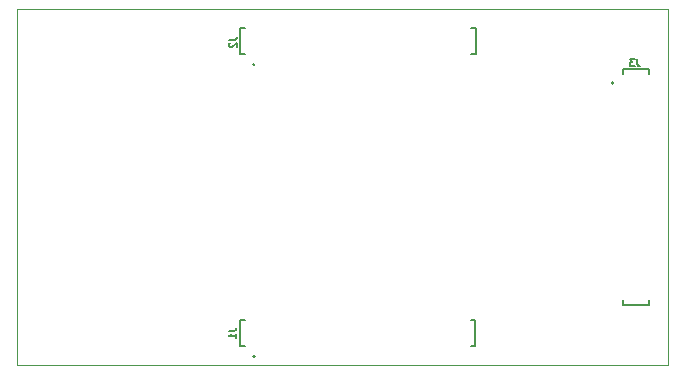
<source format=gbr>
%TF.GenerationSoftware,KiCad,Pcbnew,9.0.7*%
%TF.CreationDate,2026-02-18T13:17:12-07:00*%
%TF.ProjectId,AS_1471_Dash,41535f31-3437-4315-9f44-6173682e6b69,rev?*%
%TF.SameCoordinates,Original*%
%TF.FileFunction,Legend,Bot*%
%TF.FilePolarity,Positive*%
%FSLAX46Y46*%
G04 Gerber Fmt 4.6, Leading zero omitted, Abs format (unit mm)*
G04 Created by KiCad (PCBNEW 9.0.7) date 2026-02-18 13:17:12*
%MOMM*%
%LPD*%
G01*
G04 APERTURE LIST*
%ADD10C,0.127000*%
%ADD11C,0.150000*%
%ADD12C,0.140000*%
%TA.AperFunction,Profile*%
%ADD13C,0.050000*%
%TD*%
G04 APERTURE END LIST*
D10*
X137980684Y-103488333D02*
X138434255Y-103488333D01*
X138434255Y-103488333D02*
X138524969Y-103458094D01*
X138524969Y-103458094D02*
X138585446Y-103397618D01*
X138585446Y-103397618D02*
X138615684Y-103306904D01*
X138615684Y-103306904D02*
X138615684Y-103246428D01*
X138615684Y-104123333D02*
X138615684Y-103760476D01*
X138615684Y-103941904D02*
X137980684Y-103941904D01*
X137980684Y-103941904D02*
X138071398Y-103881428D01*
X138071398Y-103881428D02*
X138131874Y-103820952D01*
X138131874Y-103820952D02*
X138162112Y-103760476D01*
X172558828Y-80477159D02*
X172558828Y-80930730D01*
X172558828Y-80930730D02*
X172589067Y-81021444D01*
X172589067Y-81021444D02*
X172649543Y-81081921D01*
X172649543Y-81081921D02*
X172740257Y-81112159D01*
X172740257Y-81112159D02*
X172800733Y-81112159D01*
X172316923Y-80477159D02*
X171923828Y-80477159D01*
X171923828Y-80477159D02*
X172135495Y-80719063D01*
X172135495Y-80719063D02*
X172044780Y-80719063D01*
X172044780Y-80719063D02*
X171984304Y-80749301D01*
X171984304Y-80749301D02*
X171954066Y-80779540D01*
X171954066Y-80779540D02*
X171923828Y-80840016D01*
X171923828Y-80840016D02*
X171923828Y-80991206D01*
X171923828Y-80991206D02*
X171954066Y-81051682D01*
X171954066Y-81051682D02*
X171984304Y-81081921D01*
X171984304Y-81081921D02*
X172044780Y-81112159D01*
X172044780Y-81112159D02*
X172226209Y-81112159D01*
X172226209Y-81112159D02*
X172286685Y-81081921D01*
X172286685Y-81081921D02*
X172316923Y-81051682D01*
X138005684Y-78863333D02*
X138459255Y-78863333D01*
X138459255Y-78863333D02*
X138549969Y-78833094D01*
X138549969Y-78833094D02*
X138610446Y-78772618D01*
X138610446Y-78772618D02*
X138640684Y-78681904D01*
X138640684Y-78681904D02*
X138640684Y-78621428D01*
X138066160Y-79135476D02*
X138035922Y-79165714D01*
X138035922Y-79165714D02*
X138005684Y-79226190D01*
X138005684Y-79226190D02*
X138005684Y-79377381D01*
X138005684Y-79377381D02*
X138035922Y-79437857D01*
X138035922Y-79437857D02*
X138066160Y-79468095D01*
X138066160Y-79468095D02*
X138126636Y-79498333D01*
X138126636Y-79498333D02*
X138187112Y-79498333D01*
X138187112Y-79498333D02*
X138277826Y-79468095D01*
X138277826Y-79468095D02*
X138640684Y-79105238D01*
X138640684Y-79105238D02*
X138640684Y-79498333D01*
D11*
%TO.C,J1*%
X138936414Y-102565207D02*
X139336414Y-102565207D01*
X138936414Y-104799447D02*
X138936414Y-102565207D01*
X138936414Y-104799447D02*
X139336414Y-104799447D01*
X138938080Y-77854818D02*
X139338080Y-77854818D01*
X138938080Y-80089058D02*
X138938080Y-77854818D01*
X138938080Y-80089058D02*
X139338080Y-80089058D01*
X158852159Y-102561679D02*
X158452159Y-102561679D01*
X158852159Y-102561679D02*
X158852159Y-104795919D01*
X158852159Y-104795919D02*
X158452159Y-104795919D01*
X158854304Y-77855438D02*
X158454304Y-77855438D01*
X158854304Y-77855438D02*
X158854304Y-80089678D01*
X158854304Y-80089678D02*
X158454304Y-80089678D01*
X171305215Y-101285386D02*
X171305215Y-100885386D01*
X171306400Y-81372200D02*
X171306400Y-81772200D01*
X171306400Y-81372200D02*
X173540640Y-81372200D01*
X173539455Y-101285386D02*
X171305215Y-101285386D01*
X173539455Y-101285386D02*
X173539455Y-100885386D01*
X173540640Y-81372200D02*
X173540640Y-81772200D01*
D12*
X140146400Y-80972200D02*
G75*
G02*
X140006400Y-80972200I-70000J0D01*
G01*
X140006400Y-80972200D02*
G75*
G02*
X140146400Y-80972200I70000J0D01*
G01*
X140166400Y-105682200D02*
G75*
G02*
X140026400Y-105682200I-70000J0D01*
G01*
X140026400Y-105682200D02*
G75*
G02*
X140166400Y-105682200I70000J0D01*
G01*
X170506400Y-82522200D02*
G75*
G02*
X170366400Y-82522200I-70000J0D01*
G01*
X170366400Y-82522200D02*
G75*
G02*
X170506400Y-82522200I70000J0D01*
G01*
%TD*%
D13*
X175180000Y-76275000D02*
X175180000Y-106385000D01*
X120000000Y-76275000D02*
X175180000Y-76275000D01*
X120000000Y-76275000D02*
X120000000Y-106385000D01*
X120000000Y-106385000D02*
X175180000Y-106385000D01*
M02*

</source>
